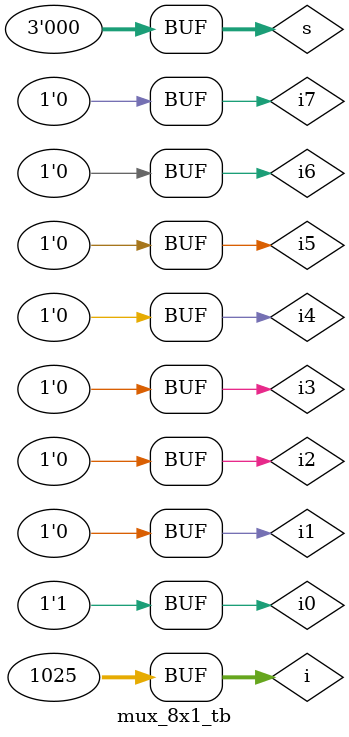
<source format=v>
`timescale 1ns / 1ps

module mux_8x1(
    input [3:0] i0, i1, i2, i3, i4, i5, i6, i7,
    input [2:0] s,
    output reg [3:0] x
    
);

always @* begin
    case(s)
        3'b000: x <= i0;
        3'b001: x <= i1;
        3'b010: x <= i2;
        3'b011: x <= i3;
        3'b100: x <= i4;
        3'b101: x <= i5;
        3'b110: x <= i6;
        3'b111: x <= i7;
    endcase
end

endmodule

module mux_8x1_tb;
     reg i0, i1, i2, i3, i4, i5, i6, i7;
     reg [2:0] s;
     wire [3:0] x;
mux_8x1 uut(
    i0, i1, i2, i3, i4, i5, i6, i7,s,x
    
);
integer i;
initial
    begin
        for(i=0;i<1025;i=i+1)
         #10   {i0, i1, i2, i3, i4, i5, i6, i7,s} = i;
        end
    
endmodule    
</source>
